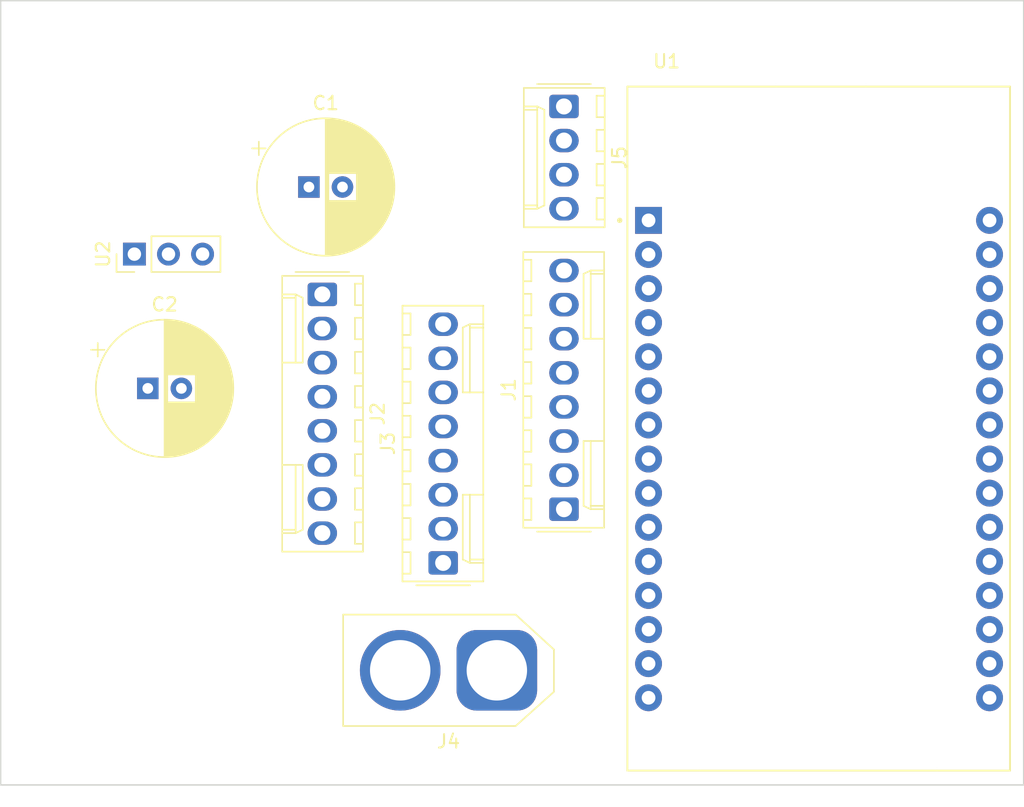
<source format=kicad_pcb>
(kicad_pcb (version 20221018) (generator pcbnew)
  (layers (0 "F.Cu" signal) (31 "B.Cu" signal) (34 "B.Paste" user) (35 "F.Paste" user) (36 "B.SilkS" user "B.Silkscreen") (37 "F.SilkS" user "F.Silkscreen") (38 "B.Mask" user) (39 "F.Mask" user) (44 "Edge.Cuts" user))
  (net 0 "")
  (net 1 "+3V3")
  (net 2 "+12V")
  (net 3 "GNDREF")
  (net 6 "BRAKE_1")
  (net 7 "PWM_1")
  (net 8 "DIR_1")
  (net 11 "ENC_1_A")
  (net 14 "ENC_1_B")
  (net 17 "BRAKE_2")
  (net 18 "PWM_2")
  (net 19 "DIR_2")
  (net 20 "ENC_2_A")
  (net 21 "ENC_2_B")
  (net 22 "BRAKE_3")
  (net 23 "PWM_3")
  (net 24 "DIR_3")
  (net 25 "ENC_3_A")
  (net 26 "ENC_3_B")
  (net 28 "SDA")
  (net 29 "+5V")
  (net 30 "SCL")
  (footprint "eCube_lib:MODULE_ESP32_DEVKIT_V1" (layer "F.Cu") (at 254 103)
    (fp_text reference "U1" (at -11.355 -27.36) (layer "F.SilkS"))
    (fp_text value "ESP32-DEVKIT-V1")
    (pad "" np_thru_hole circle (at -12.28 -23.475) (size 3 3) (drill 3) (layers "*.Cu" "*.Mask"))
    (pad "" np_thru_hole circle (at -12.28 23.475) (size 3 3) (drill 3) (layers "*.Cu" "*.Mask"))
    (pad "" np_thru_hole circle (at 12.23 -23.475) (size 3 3) (drill 3) (layers "*.Cu" "*.Mask"))
    (pad "" np_thru_hole circle (at 12.23 23.475) (size 3 3) (drill 3) (layers "*.Cu" "*.Mask"))
    (pad "1" thru_hole rect (at -12.7 -15.515) (size 2 2) (drill 1.02) (layers "*.Cu" "*.Mask") (net 1 "+3V3"))
    (pad "2" thru_hole circle (at -12.7 -12.975) (size 2 2) (drill 1.02) (layers "*.Cu" "*.Mask") (net 3 "GNDREF"))
    (pad "3" thru_hole circle (at -12.7 -10.435) (size 2 2) (drill 1.02) (layers "*.Cu" "*.Mask") (net 14 "ENC_1_B"))
    (pad "4" thru_hole circle (at -12.7 -7.895) (size 2 2) (drill 1.02) (layers "*.Cu" "*.Mask"))
    (pad "5" thru_hole circle (at -12.7 -5.355) (size 2 2) (drill 1.02) (layers "*.Cu" "*.Mask"))
    (pad "6" thru_hole circle (at -12.7 -2.815) (size 2 2) (drill 1.02) (layers "*.Cu" "*.Mask") (net 18 "PWM_2"))
    (pad "7" thru_hole circle (at -12.7 -0.275) (size 2 2) (drill 1.02) (layers "*.Cu" "*.Mask") (net 19 "DIR_2"))
    (pad "8" thru_hole circle (at -12.7 2.265) (size 2 2) (drill 1.02) (layers "*.Cu" "*.Mask") (net 24 "DIR_3"))
    (pad "9" thru_hole circle (at -12.7 4.805) (size 2 2) (drill 1.02) (layers "*.Cu" "*.Mask"))
    (pad "10" thru_hole circle (at -12.7 7.345) (size 2 2) (drill 1.02) (layers "*.Cu" "*.Mask"))
    (pad "11" thru_hole circle (at -12.7 9.885) (size 2 2) (drill 1.02) (layers "*.Cu" "*.Mask") (net 28 "SDA"))
    (pad "12" thru_hole circle (at -12.7 12.425) (size 2 2) (drill 1.02) (layers "*.Cu" "*.Mask"))
    (pad "13" thru_hole circle (at -12.7 14.965) (size 2 2) (drill 1.02) (layers "*.Cu" "*.Mask"))
    (pad "14" thru_hole circle (at -12.7 17.505) (size 2 2) (drill 1.02) (layers "*.Cu" "*.Mask") (net 30 "SCL"))
    (pad "15" thru_hole circle (at -12.7 20.045) (size 2 2) (drill 1.02) (layers "*.Cu" "*.Mask"))
    (pad "16" thru_hole circle (at 12.7 20.045) (size 2 2) (drill 1.02) (layers "*.Cu" "*.Mask"))
    (pad "17" thru_hole circle (at 12.7 17.505) (size 2 2) (drill 1.02) (layers "*.Cu" "*.Mask") (net 25 "ENC_3_A"))
    (pad "18" thru_hole circle (at 12.7 14.965) (size 2 2) (drill 1.02) (layers "*.Cu" "*.Mask") (net 26 "ENC_3_B"))
    (pad "19" thru_hole circle (at 12.7 12.425) (size 2 2) (drill 1.02) (layers "*.Cu" "*.Mask") (net 20 "ENC_2_A"))
    (pad "20" thru_hole circle (at 12.7 9.885) (size 2 2) (drill 1.02) (layers "*.Cu" "*.Mask") (net 21 "ENC_2_B"))
    (pad "21" thru_hole circle (at 12.7 7.345) (size 2 2) (drill 1.02) (layers "*.Cu" "*.Mask") (net 22 "BRAKE_3"))
    (pad "22" thru_hole circle (at 12.7 4.805) (size 2 2) (drill 1.02) (layers "*.Cu" "*.Mask") (net 23 "PWM_3"))
    (pad "23" thru_hole circle (at 12.7 2.265) (size 2 2) (drill 1.02) (layers "*.Cu" "*.Mask") (net 6 "BRAKE_1"))
    (pad "24" thru_hole circle (at 12.7 -0.275) (size 2 2) (drill 1.02) (layers "*.Cu" "*.Mask") (net 7 "PWM_1"))
    (pad "25" thru_hole circle (at 12.7 -2.815) (size 2 2) (drill 1.02) (layers "*.Cu" "*.Mask") (net 8 "DIR_1"))
    (pad "26" thru_hole circle (at 12.7 -5.355) (size 2 2) (drill 1.02) (layers "*.Cu" "*.Mask") (net 11 "ENC_1_A"))
    (pad "27" thru_hole circle (at 12.7 -7.895) (size 2 2) (drill 1.02) (layers "*.Cu" "*.Mask"))
    (pad "28" thru_hole circle (at 12.7 -10.435) (size 2 2) (drill 1.02) (layers "*.Cu" "*.Mask") (net 17 "BRAKE_2"))
    (pad "29" thru_hole circle (at 12.7 -12.975) (size 2 2) (drill 1.02) (layers "*.Cu" "*.Mask") (net 3 "GNDREF"))
    (pad "30" thru_hole circle (at 12.7 -15.515) (size 2 2) (drill 1.02) (layers "*.Cu" "*.Mask") (net 29 "+5V"))
  )
  (footprint "Connector_Molex:Molex_KK-254_AE-6410-04A_1x04_P2.54mm_Vertical" (layer "F.Cu") (at 235 79 -90)
    (fp_text reference "J5" (at 3.81 -4.12 90) (layer "F.SilkS"))
    (fp_text value "IMU_ICM20948")
    (pad "1" thru_hole roundrect (at 0 0 270) (size 1.74 2.19) (drill 1.19) (layers "*.Cu" "*.Mask") (roundrect_rratio 0.143678) (net 3 "GNDREF"))
    (pad "2" thru_hole oval (at 2.54 0 270) (size 1.74 2.19) (drill 1.19) (layers "*.Cu" "*.Mask") (net 1 "+3V3"))
    (pad "3" thru_hole oval (at 5.08 0 270) (size 1.74 2.19) (drill 1.19) (layers "*.Cu" "*.Mask") (net 28 "SDA"))
    (pad "4" thru_hole oval (at 7.62 0 270) (size 1.74 2.19) (drill 1.19) (layers "*.Cu" "*.Mask") (net 30 "SCL"))
  )
  (footprint "Connector_Molex:Molex_KK-254_AE-6410-08A_1x08_P2.54mm_Vertical" (layer "F.Cu") (at 217 93 -90)
    (fp_text reference "J2" (at 8.89 -4.12 90) (layer "F.SilkS"))
    (fp_text value "Nidec Motor 2")
    (pad "1" thru_hole roundrect (at 0 0 270) (size 1.74 2.19) (drill 1.19) (layers "*.Cu" "*.Mask") (roundrect_rratio 0.143678) (net 2 "+12V"))
    (pad "2" thru_hole oval (at 2.54 0 270) (size 1.74 2.19) (drill 1.19) (layers "*.Cu" "*.Mask") (net 3 "GNDREF"))
    (pad "3" thru_hole oval (at 5.08 0 270) (size 1.74 2.19) (drill 1.19) (layers "*.Cu" "*.Mask") (net 17 "BRAKE_2"))
    (pad "4" thru_hole oval (at 7.62 0 270) (size 1.74 2.19) (drill 1.19) (layers "*.Cu" "*.Mask") (net 18 "PWM_2"))
    (pad "5" thru_hole oval (at 10.16 0 270) (size 1.74 2.19) (drill 1.19) (layers "*.Cu" "*.Mask") (net 19 "DIR_2"))
    (pad "6" thru_hole oval (at 12.7 0 270) (size 1.74 2.19) (drill 1.19) (layers "*.Cu" "*.Mask") (net 29 "+5V"))
    (pad "7" thru_hole oval (at 15.24 0 270) (size 1.74 2.19) (drill 1.19) (layers "*.Cu" "*.Mask") (net 20 "ENC_2_A"))
    (pad "8" thru_hole oval (at 17.78 0 270) (size 1.74 2.19) (drill 1.19) (layers "*.Cu" "*.Mask") (net 21 "ENC_2_B"))
  )
  (footprint "Capacitor_THT:CP_Radial_D10.0mm_P2.50mm" (layer "F.Cu") (at 216 85)
    (fp_text reference "C1" (at 1.25 -6.25) (layer "F.SilkS"))
    (fp_text value "0.22 uC")
    (pad "1" thru_hole rect (at 0 0) (size 1.6 1.6) (drill 0.8) (layers "*.Cu" "*.Mask") (net 2 "+12V"))
    (pad "2" thru_hole circle (at 2.5 0) (size 1.6 1.6) (drill 0.8) (layers "*.Cu" "*.Mask") (net 3 "GNDREF"))
  )
  (footprint "Connector_Molex:Molex_KK-254_AE-6410-08A_1x08_P2.54mm_Vertical" (layer "F.Cu") (at 226 113 90)
    (fp_text reference "J3" (at 8.89 -4.12 90) (layer "F.SilkS"))
    (fp_text value "Nidec Motor 3")
    (pad "1" thru_hole roundrect (at 0 0 90) (size 1.74 2.19) (drill 1.19) (layers "*.Cu" "*.Mask") (roundrect_rratio 0.143678) (net 2 "+12V"))
    (pad "2" thru_hole oval (at 2.54 0 90) (size 1.74 2.19) (drill 1.19) (layers "*.Cu" "*.Mask") (net 3 "GNDREF"))
    (pad "3" thru_hole oval (at 5.08 0 90) (size 1.74 2.19) (drill 1.19) (layers "*.Cu" "*.Mask") (net 22 "BRAKE_3"))
    (pad "4" thru_hole oval (at 7.62 0 90) (size 1.74 2.19) (drill 1.19) (layers "*.Cu" "*.Mask") (net 23 "PWM_3"))
    (pad "5" thru_hole oval (at 10.16 0 90) (size 1.74 2.19) (drill 1.19) (layers "*.Cu" "*.Mask") (net 24 "DIR_3"))
    (pad "6" thru_hole oval (at 12.7 0 90) (size 1.74 2.19) (drill 1.19) (layers "*.Cu" "*.Mask") (net 29 "+5V"))
    (pad "7" thru_hole oval (at 15.24 0 90) (size 1.74 2.19) (drill 1.19) (layers "*.Cu" "*.Mask") (net 25 "ENC_3_A"))
    (pad "8" thru_hole oval (at 17.78 0 90) (size 1.74 2.19) (drill 1.19) (layers "*.Cu" "*.Mask") (net 26 "ENC_3_B"))
  )
  (footprint "Connector_PinHeader_2.54mm:PinHeader_1x03_P2.54mm_Vertical" (layer "F.Cu") (at 203 90 90)
    (fp_text reference "U2" (at 0 -2.33 90) (layer "F.SilkS"))
    (fp_text value "L7805")
    (pad "1" thru_hole rect (at 0 0 90) (size 1.7 1.7) (drill 1) (layers "*.Cu" "*.Mask") (net 2 "+12V"))
    (pad "2" thru_hole oval (at 0 2.54 90) (size 1.7 1.7) (drill 1) (layers "*.Cu" "*.Mask") (net 3 "GNDREF"))
    (pad "3" thru_hole oval (at 0 5.08 90) (size 1.7 1.7) (drill 1) (layers "*.Cu" "*.Mask") (net 29 "+5V"))
  )
  (footprint "Connector_AMASS:AMASS_XT60-M_1x02_P7.20mm_Vertical" (layer "F.Cu") (at 230 121 180)
    (fp_text reference "J4" (at 3.6 -5.3) (layer "F.SilkS"))
    (fp_text value "12V Battery")
    (pad "1" thru_hole roundrect (at 0 0 180) (size 6 6) (drill 4.5) (layers "*.Cu" "*.Mask") (net 3 "GNDREF"))
    (pad "2" thru_hole circle (at 7.2 0 180) (size 6 6) (drill 4.5) (layers "*.Cu" "*.Mask") (net 2 "+12V"))
  )
  (footprint "Connector_Molex:Molex_KK-254_AE-6410-08A_1x08_P2.54mm_Vertical" (layer "F.Cu") (at 235 109 90)
    (fp_text reference "J1" (at 8.89 -4.12 90) (layer "F.SilkS"))
    (fp_text value "Nidec Motor 1")
    (pad "1" thru_hole roundrect (at 0 0 90) (size 1.74 2.19) (drill 1.19) (layers "*.Cu" "*.Mask") (roundrect_rratio 0.143678) (net 2 "+12V"))
    (pad "2" thru_hole oval (at 2.54 0 90) (size 1.74 2.19) (drill 1.19) (layers "*.Cu" "*.Mask") (net 3 "GNDREF"))
    (pad "3" thru_hole oval (at 5.08 0 90) (size 1.74 2.19) (drill 1.19) (layers "*.Cu" "*.Mask") (net 6 "BRAKE_1"))
    (pad "4" thru_hole oval (at 7.62 0 90) (size 1.74 2.19) (drill 1.19) (layers "*.Cu" "*.Mask") (net 7 "PWM_1"))
    (pad "5" thru_hole oval (at 10.16 0 90) (size 1.74 2.19) (drill 1.19) (layers "*.Cu" "*.Mask") (net 8 "DIR_1"))
    (pad "6" thru_hole oval (at 12.7 0 90) (size 1.74 2.19) (drill 1.19) (layers "*.Cu" "*.Mask") (net 29 "+5V"))
    (pad "7" thru_hole oval (at 15.24 0 90) (size 1.74 2.19) (drill 1.19) (layers "*.Cu" "*.Mask") (net 11 "ENC_1_A"))
    (pad "8" thru_hole oval (at 17.78 0 90) (size 1.74 2.19) (drill 1.19) (layers "*.Cu" "*.Mask") (net 14 "ENC_1_B"))
  )
  (footprint "Capacitor_THT:CP_Radial_D10.0mm_P2.50mm" (layer "F.Cu") (at 204 100)
    (fp_text reference "C2" (at 1.25 -6.25) (layer "F.SilkS"))
    (fp_text value "0.1 uC")
    (pad "1" thru_hole rect (at 0 0) (size 1.6 1.6) (drill 0.8) (layers "*.Cu" "*.Mask") (net 29 "+5V"))
    (pad "2" thru_hole circle (at 2.5 0) (size 1.6 1.6) (drill 0.8) (layers "*.Cu" "*.Mask") (net 3 "GNDREF"))
  )
  (gr_rect (start 193.04 129.54) (end 269.24 71.12) (stroke (width 0.1)) (fill none) (layer "Edge.Cuts"))
)
</source>
